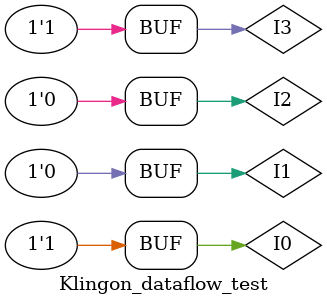
<source format=v>
`timescale 1ns / 1ps


module Klingon_dataflow_test;

	// Inputs
	reg I0;
	reg I1;
	reg I2;
	reg I3;

	// Outputs
	wire [6:0] Y;

	// Instantiate the Unit Under Test (UUT)
	Klingon_dataflow uut (
		.Y(Y), 
		.I0(I0), 
		.I1(I1), 
		.I2(I2), 
		.I3(I3)
	);

	initial begin
		// Initialize Inputs
		I0 = 0;	I1 = 0;	I2 = 0;	I3 = 0; #100; //0000
		I0 = 0;	I1 = 0;	I2 = 0;	I3 = 1; #100; //0001
		I0 = 0;	I1 = 0;	I2 = 1;	I3 = 0; #100; //0010
		I0 = 0;	I1 = 0;	I2 = 1;	I3 = 1; #100; //0011
		I0 = 0;	I1 = 1;	I2 = 0;	I3 = 0; #100; //0100
		I0 = 0;	I1 = 1;	I2 = 0;	I3 = 1; #100; //0101
		I0 = 0;	I1 = 1;	I2 = 1;	I3 = 0; #100; //0110
		I0 = 0;	I1 = 1;	I2 = 1;	I3 = 1; #100; //0111
		I0 = 1;	I1 = 0;	I2 = 0;	I3 = 0; #100; //1000
		I0 = 1;	I1 = 0;	I2 = 0;	I3 = 1; #100; //1001		

		// Wait 100 ns for global reset to finish
		#100;
        
		// Add stimulus here

	end
      
endmodule


</source>
